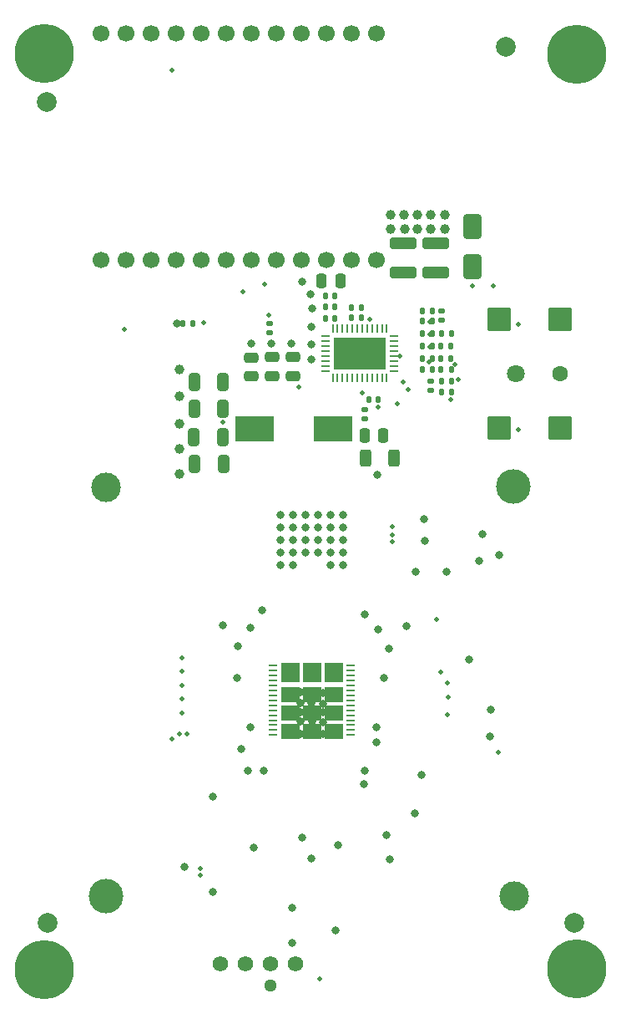
<source format=gbs>
G04 #@! TF.GenerationSoftware,KiCad,Pcbnew,8.0.4*
G04 #@! TF.CreationDate,2024-12-28T01:26:10+01:00*
G04 #@! TF.ProjectId,nerdaxe-gamma,6e657264-6178-4652-9d67-616d6d612e6b,rev?*
G04 #@! TF.SameCoordinates,Original*
G04 #@! TF.FileFunction,Soldermask,Bot*
G04 #@! TF.FilePolarity,Negative*
%FSLAX46Y46*%
G04 Gerber Fmt 4.6, Leading zero omitted, Abs format (unit mm)*
G04 Created by KiCad (PCBNEW 8.0.4) date 2024-12-28 01:26:10*
%MOMM*%
%LPD*%
G01*
G04 APERTURE LIST*
G04 Aperture macros list*
%AMRoundRect*
0 Rectangle with rounded corners*
0 $1 Rounding radius*
0 $2 $3 $4 $5 $6 $7 $8 $9 X,Y pos of 4 corners*
0 Add a 4 corners polygon primitive as box body*
4,1,4,$2,$3,$4,$5,$6,$7,$8,$9,$2,$3,0*
0 Add four circle primitives for the rounded corners*
1,1,$1+$1,$2,$3*
1,1,$1+$1,$4,$5*
1,1,$1+$1,$6,$7*
1,1,$1+$1,$8,$9*
0 Add four rect primitives between the rounded corners*
20,1,$1+$1,$2,$3,$4,$5,0*
20,1,$1+$1,$4,$5,$6,$7,0*
20,1,$1+$1,$6,$7,$8,$9,0*
20,1,$1+$1,$8,$9,$2,$3,0*%
G04 Aperture macros list end*
%ADD10C,0.120000*%
%ADD11C,3.000000*%
%ADD12C,0.800000*%
%ADD13C,6.000000*%
%ADD14C,3.500000*%
%ADD15RoundRect,0.250000X0.325000X0.650000X-0.325000X0.650000X-0.325000X-0.650000X0.325000X-0.650000X0*%
%ADD16RoundRect,0.250000X0.475000X-0.250000X0.475000X0.250000X-0.475000X0.250000X-0.475000X-0.250000X0*%
%ADD17C,1.295400*%
%ADD18C,1.574800*%
%ADD19RoundRect,0.140000X0.140000X0.170000X-0.140000X0.170000X-0.140000X-0.170000X0.140000X-0.170000X0*%
%ADD20C,1.700000*%
%ADD21RoundRect,0.250000X-0.312500X-0.625000X0.312500X-0.625000X0.312500X0.625000X-0.312500X0.625000X0*%
%ADD22RoundRect,0.140000X-0.170000X0.140000X-0.170000X-0.140000X0.170000X-0.140000X0.170000X0.140000X0*%
%ADD23RoundRect,0.135000X0.135000X0.185000X-0.135000X0.185000X-0.135000X-0.185000X0.135000X-0.185000X0*%
%ADD24RoundRect,0.135000X-0.135000X-0.185000X0.135000X-0.185000X0.135000X0.185000X-0.135000X0.185000X0*%
%ADD25RoundRect,0.250000X0.650000X-1.000000X0.650000X1.000000X-0.650000X1.000000X-0.650000X-1.000000X0*%
%ADD26C,2.000000*%
%ADD27RoundRect,0.250000X1.100000X-0.325000X1.100000X0.325000X-1.100000X0.325000X-1.100000X-0.325000X0*%
%ADD28RoundRect,0.140000X-0.140000X-0.170000X0.140000X-0.170000X0.140000X0.170000X-0.140000X0.170000X0*%
%ADD29RoundRect,0.055250X0.340750X0.055250X-0.340750X0.055250X-0.340750X-0.055250X0.340750X-0.055250X0*%
%ADD30RoundRect,0.140000X0.170000X-0.140000X0.170000X0.140000X-0.170000X0.140000X-0.170000X-0.140000X0*%
%ADD31C,1.600000*%
%ADD32C,1.800000*%
%ADD33RoundRect,0.240400X-0.961600X0.961600X-0.961600X-0.961600X0.961600X-0.961600X0.961600X0.961600X0*%
%ADD34R,4.000000X2.600000*%
%ADD35RoundRect,0.062500X0.062500X-0.337500X0.062500X0.337500X-0.062500X0.337500X-0.062500X-0.337500X0*%
%ADD36RoundRect,0.062500X0.337500X-0.062500X0.337500X0.062500X-0.337500X0.062500X-0.337500X-0.062500X0*%
%ADD37C,0.400000*%
%ADD38R,5.300000X3.300000*%
%ADD39RoundRect,0.250000X0.250000X0.475000X-0.250000X0.475000X-0.250000X-0.475000X0.250000X-0.475000X0*%
%ADD40C,0.500000*%
%ADD41C,1.000000*%
G04 APERTURE END LIST*
D10*
X104290562Y-115206000D02*
X102510562Y-115206000D01*
X102510562Y-116646000D01*
X104290562Y-116646000D01*
X104290562Y-115206000D01*
G36*
X104290562Y-115206000D02*
G01*
X102510562Y-115206000D01*
X102510562Y-116646000D01*
X104290562Y-116646000D01*
X104290562Y-115206000D01*
G37*
X104290562Y-118916000D02*
X102510562Y-118916000D01*
X102510562Y-120356000D01*
X104290562Y-120356000D01*
X104290562Y-118916000D01*
G36*
X104290562Y-118916000D02*
G01*
X102510562Y-118916000D01*
X102510562Y-120356000D01*
X104290562Y-120356000D01*
X104290562Y-118916000D01*
G37*
X104300562Y-112726000D02*
X102520562Y-112726000D01*
X102520562Y-114596000D01*
X104300562Y-114596000D01*
X104300562Y-112726000D01*
G36*
X104300562Y-112726000D02*
G01*
X102520562Y-112726000D01*
X102520562Y-114596000D01*
X104300562Y-114596000D01*
X104300562Y-112726000D01*
G37*
X104300562Y-117046000D02*
X102520562Y-117046000D01*
X102520562Y-118486000D01*
X104300562Y-118486000D01*
X104300562Y-117046000D01*
G36*
X104300562Y-117046000D02*
G01*
X102520562Y-117046000D01*
X102520562Y-118486000D01*
X104300562Y-118486000D01*
X104300562Y-117046000D01*
G37*
X106500562Y-115206000D02*
X104720562Y-115206000D01*
X104720562Y-116646000D01*
X106500562Y-116646000D01*
X106500562Y-115206000D01*
G36*
X106500562Y-115206000D02*
G01*
X104720562Y-115206000D01*
X104720562Y-116646000D01*
X106500562Y-116646000D01*
X106500562Y-115206000D01*
G37*
X106500562Y-118916000D02*
X104720562Y-118916000D01*
X104720562Y-120356000D01*
X106500562Y-120356000D01*
X106500562Y-118916000D01*
G36*
X106500562Y-118916000D02*
G01*
X104720562Y-118916000D01*
X104720562Y-120356000D01*
X106500562Y-120356000D01*
X106500562Y-118916000D01*
G37*
X106510562Y-112736000D02*
X104730562Y-112736000D01*
X104730562Y-114606000D01*
X106510562Y-114606000D01*
X106510562Y-112736000D01*
G36*
X106510562Y-112736000D02*
G01*
X104730562Y-112736000D01*
X104730562Y-114606000D01*
X106510562Y-114606000D01*
X106510562Y-112736000D01*
G37*
X106510562Y-117046000D02*
X104730562Y-117046000D01*
X104730562Y-118486000D01*
X106510562Y-118486000D01*
X106510562Y-117046000D01*
G36*
X106510562Y-117046000D02*
G01*
X104730562Y-117046000D01*
X104730562Y-118486000D01*
X106510562Y-118486000D01*
X106510562Y-117046000D01*
G37*
X108710562Y-112746000D02*
X106930562Y-112746000D01*
X106930562Y-114626000D01*
X108710562Y-114626000D01*
X108710562Y-112746000D01*
G36*
X108710562Y-112746000D02*
G01*
X106930562Y-112746000D01*
X106930562Y-114626000D01*
X108710562Y-114626000D01*
X108710562Y-112746000D01*
G37*
X108710562Y-115216000D02*
X106930562Y-115216000D01*
X106930562Y-116656000D01*
X108710562Y-116656000D01*
X108710562Y-115216000D01*
G36*
X108710562Y-115216000D02*
G01*
X106930562Y-115216000D01*
X106930562Y-116656000D01*
X108710562Y-116656000D01*
X108710562Y-115216000D01*
G37*
X108710562Y-118926000D02*
X106930562Y-118926000D01*
X106930562Y-120366000D01*
X108710562Y-120366000D01*
X108710562Y-118926000D01*
G36*
X108710562Y-118926000D02*
G01*
X106930562Y-118926000D01*
X106930562Y-120366000D01*
X108710562Y-120366000D01*
X108710562Y-118926000D01*
G37*
X108720562Y-117056000D02*
X106940562Y-117056000D01*
X106940562Y-118496000D01*
X108720562Y-118496000D01*
X108720562Y-117056000D01*
G36*
X108720562Y-117056000D02*
G01*
X106940562Y-117056000D01*
X106940562Y-118496000D01*
X108720562Y-118496000D01*
X108720562Y-117056000D01*
G37*
D11*
X84764000Y-94984000D03*
X126130000Y-136350000D03*
D12*
X130250000Y-51120990D03*
X130909010Y-49530000D03*
X130909010Y-52711980D03*
X132500000Y-48870990D03*
D13*
X132500000Y-51120990D03*
D12*
X132500000Y-53370990D03*
X134090990Y-49530000D03*
X134090990Y-52711980D03*
X134750000Y-51120990D03*
X130250000Y-143728000D03*
X130909010Y-142137010D03*
X130909010Y-145318990D03*
X132500000Y-141478000D03*
D13*
X132500000Y-143728000D03*
D12*
X132500000Y-145978000D03*
X134090990Y-142137010D03*
X134090990Y-145318990D03*
X134750000Y-143728000D03*
X76250000Y-143855000D03*
X76909010Y-142264010D03*
X76909010Y-145445990D03*
X78500000Y-141605000D03*
D13*
X78500000Y-143855000D03*
D12*
X78500000Y-146105000D03*
X80090990Y-142264010D03*
X80090990Y-145445990D03*
X80750000Y-143855000D03*
D14*
X84710000Y-136360000D03*
D12*
X76250000Y-51054000D03*
X76909010Y-49463010D03*
X76909010Y-52644990D03*
X78500000Y-48804000D03*
D13*
X78500000Y-51054000D03*
D12*
X78500000Y-53304000D03*
X80090990Y-49463010D03*
X80090990Y-52644990D03*
X80750000Y-51054000D03*
D14*
X126060000Y-94910000D03*
D15*
X96635000Y-84328000D03*
X93685000Y-84328000D03*
D16*
X103710000Y-83687000D03*
X103710000Y-81787000D03*
D17*
X101462400Y-145400852D03*
D18*
X96382400Y-143240851D03*
X98922400Y-143240851D03*
X101462400Y-143240851D03*
X104002400Y-143240851D03*
D19*
X107980000Y-76708000D03*
X107020000Y-76708000D03*
D20*
X84250000Y-71942000D03*
X86790000Y-71942000D03*
X89330000Y-71942000D03*
X91870000Y-71942000D03*
X94410000Y-71942000D03*
X96950000Y-71942000D03*
X99490000Y-71942000D03*
X102030000Y-71942000D03*
X104570000Y-71942000D03*
X107110000Y-71942000D03*
X109650000Y-71942000D03*
X112190000Y-71942000D03*
X112190000Y-49022000D03*
X109650000Y-49022000D03*
X107110000Y-49022000D03*
X104570000Y-49022000D03*
X102030000Y-49022000D03*
X99490000Y-49022000D03*
X96950000Y-49022000D03*
X94410000Y-49022000D03*
X91870000Y-49022000D03*
X89330000Y-49022000D03*
X86790000Y-49022000D03*
X84250000Y-49022000D03*
D21*
X111057500Y-92037000D03*
X113982500Y-92037000D03*
D22*
X117718000Y-84229000D03*
X117718000Y-85189000D03*
D16*
X99490000Y-83707000D03*
X99490000Y-81807000D03*
D23*
X119763000Y-83058000D03*
X118743000Y-83058000D03*
D24*
X116846000Y-77089000D03*
X117866000Y-77089000D03*
X109680000Y-76757000D03*
X110700000Y-76757000D03*
D15*
X96598000Y-89916000D03*
X93648000Y-89916000D03*
D25*
X121920000Y-72580000D03*
X121920000Y-68580000D03*
D26*
X132260000Y-139060000D03*
D16*
X101590000Y-83687000D03*
X101590000Y-81787000D03*
D22*
X101320000Y-78387000D03*
X101320000Y-79347000D03*
D23*
X119771000Y-79375000D03*
X118751000Y-79375000D03*
D27*
X114935000Y-73198000D03*
X114935000Y-70248000D03*
D19*
X107980000Y-77827000D03*
X107020000Y-77827000D03*
D24*
X116828000Y-81915000D03*
X117848000Y-81915000D03*
D22*
X110970000Y-87107000D03*
X110970000Y-88067000D03*
D28*
X116868000Y-78105000D03*
X117828000Y-78105000D03*
D23*
X117858000Y-83058000D03*
X116838000Y-83058000D03*
D24*
X116838000Y-79375000D03*
X117858000Y-79375000D03*
D29*
X109526562Y-113032000D03*
X109526562Y-113534000D03*
X109526562Y-114036000D03*
X109526562Y-114538000D03*
X109526562Y-115040000D03*
X109526562Y-115542000D03*
X109526562Y-116044000D03*
X109526562Y-116546000D03*
X109526562Y-117048000D03*
X109526562Y-117550000D03*
X109526562Y-118052000D03*
X109526562Y-118554000D03*
X109526562Y-119056000D03*
X109526562Y-119558000D03*
X109526562Y-120060000D03*
X101694562Y-120060000D03*
X101694562Y-119558000D03*
X101694562Y-119056000D03*
X101694562Y-118554000D03*
X101694562Y-118052000D03*
X101694562Y-117550000D03*
X101694562Y-117048000D03*
X101694562Y-116546000D03*
X101694562Y-116044000D03*
X101694562Y-115542000D03*
X101694562Y-115040000D03*
X101694562Y-114538000D03*
X101694562Y-114036000D03*
X101694562Y-113534000D03*
X101694562Y-113032000D03*
D24*
X109670000Y-77817000D03*
X110690000Y-77817000D03*
D15*
X96635000Y-86995000D03*
X93685000Y-86995000D03*
D23*
X119758000Y-80645000D03*
X118738000Y-80645000D03*
D19*
X107960000Y-75565000D03*
X107000000Y-75565000D03*
D26*
X78850000Y-139070000D03*
D24*
X118748000Y-85344000D03*
X119768000Y-85344000D03*
D30*
X118753000Y-78077000D03*
X118753000Y-77117000D03*
D31*
X130810000Y-83439000D03*
D32*
X126310000Y-83439000D03*
D33*
X130810000Y-77939000D03*
X124610000Y-77939000D03*
X130810000Y-88939000D03*
X124610000Y-88939000D03*
D34*
X107775000Y-89082000D03*
X99825000Y-89082000D03*
D15*
X96655000Y-92583000D03*
X93705000Y-92583000D03*
D28*
X111420000Y-86047000D03*
X112380000Y-86047000D03*
D23*
X93590000Y-78337000D03*
X92570000Y-78337000D03*
D35*
X113240000Y-83917000D03*
X112740000Y-83917000D03*
X112240000Y-83917000D03*
X111740000Y-83917000D03*
X111240000Y-83917000D03*
X110740000Y-83917000D03*
X110240000Y-83917000D03*
X109740000Y-83917000D03*
X109240000Y-83917000D03*
X108740000Y-83917000D03*
X108240000Y-83917000D03*
X107740000Y-83917000D03*
D36*
X106990000Y-83167000D03*
X106990000Y-82667000D03*
X106990000Y-82167000D03*
X106990000Y-81667000D03*
X106990000Y-81167000D03*
X106990000Y-80667000D03*
X106990000Y-80167000D03*
X106990000Y-79667000D03*
D35*
X107740000Y-78917000D03*
X108240000Y-78917000D03*
X108740000Y-78917000D03*
X109240000Y-78917000D03*
X109740000Y-78917000D03*
X110240000Y-78917000D03*
X110740000Y-78917000D03*
X111240000Y-78917000D03*
X111740000Y-78917000D03*
X112240000Y-78917000D03*
X112740000Y-78917000D03*
X113240000Y-78917000D03*
D36*
X113990000Y-79667000D03*
X113990000Y-80167000D03*
X113990000Y-80667000D03*
X113990000Y-81167000D03*
X113990000Y-81667000D03*
X113990000Y-82167000D03*
X113990000Y-82667000D03*
X113990000Y-83167000D03*
D37*
X109090000Y-82697000D03*
X110490000Y-82697000D03*
X111890000Y-82697000D03*
X108090000Y-81417000D03*
X109090000Y-81417000D03*
X110490000Y-81417000D03*
D38*
X110490000Y-81417000D03*
D37*
X111890000Y-81417000D03*
X112890000Y-81417000D03*
X109090000Y-80137000D03*
X110490000Y-80137000D03*
X111890000Y-80137000D03*
D27*
X118237000Y-73198000D03*
X118237000Y-70248000D03*
D23*
X119758000Y-81915000D03*
X118738000Y-81915000D03*
D26*
X125270000Y-50310000D03*
D24*
X116828000Y-80645000D03*
X117848000Y-80645000D03*
D39*
X112880000Y-89687000D03*
X110980000Y-89687000D03*
D26*
X78750000Y-55900000D03*
D23*
X119768000Y-84201000D03*
X118748000Y-84201000D03*
D39*
X108519000Y-74041000D03*
X106619000Y-74041000D03*
D40*
X121920000Y-74549000D03*
D12*
X105610000Y-116830000D03*
X112180000Y-119260000D03*
X113580000Y-132650000D03*
X98050000Y-114260000D03*
X104490000Y-118700000D03*
D41*
X119126000Y-68802000D03*
D12*
X112180000Y-120800000D03*
D40*
X119761000Y-86106000D03*
D12*
X106740000Y-119930000D03*
D41*
X113665000Y-68802000D03*
D12*
X106740000Y-118720000D03*
X104640000Y-130470000D03*
X105540000Y-132550000D03*
D41*
X115005332Y-67405000D03*
D12*
X116770000Y-124080000D03*
X106740000Y-117780000D03*
X104490000Y-117760000D03*
X105630000Y-118700000D03*
D41*
X92202000Y-88519000D03*
D12*
X115260000Y-109040000D03*
X123750000Y-117530000D03*
D41*
X92202000Y-93599000D03*
D12*
X106740000Y-116860000D03*
X105620000Y-82057000D03*
X103604000Y-137538000D03*
X116050000Y-128010000D03*
D41*
X92202000Y-91059000D03*
D12*
X104490000Y-119910000D03*
D41*
X117729000Y-68802000D03*
D12*
X112980000Y-114270000D03*
X105537000Y-75438000D03*
X112280000Y-93737000D03*
X117090000Y-100360000D03*
D41*
X117729000Y-67405000D03*
D12*
X121580000Y-112400000D03*
D41*
X92210000Y-83058000D03*
X113665000Y-67405000D03*
D12*
X122640000Y-102460000D03*
X103604000Y-141088000D03*
X113180000Y-130220000D03*
X119280000Y-103505000D03*
X99370000Y-119240000D03*
D41*
X116372000Y-68805000D03*
X119126000Y-67405000D03*
D12*
X123710000Y-120230000D03*
X96600000Y-108920000D03*
X104490000Y-115746000D03*
X105664000Y-76835000D03*
X103580000Y-80447000D03*
X105610000Y-80457000D03*
X104648000Y-74168000D03*
X98440000Y-121490000D03*
X92680000Y-133370000D03*
D40*
X126619000Y-89154000D03*
X106426000Y-144780000D03*
D12*
X104490000Y-116840000D03*
X99510000Y-80427000D03*
D41*
X115045332Y-68805000D03*
X92202000Y-85725000D03*
D12*
X106740000Y-115766000D03*
X116990000Y-98200000D03*
D41*
X116332000Y-67405000D03*
D12*
X101500000Y-80427000D03*
X105610000Y-78747000D03*
X107569000Y-99060000D03*
X102489000Y-97790000D03*
X105029000Y-101600000D03*
X102489000Y-100330000D03*
D40*
X120523000Y-84074000D03*
X96635000Y-88380000D03*
D12*
X108839000Y-101600000D03*
X106299000Y-100330000D03*
X106299000Y-99060000D03*
X103759000Y-97790000D03*
D40*
X86614000Y-78994000D03*
D12*
X103759000Y-100330000D03*
D40*
X104290000Y-84847000D03*
D12*
X102489000Y-101600000D03*
X103759000Y-102870000D03*
X105029000Y-100330000D03*
X108839000Y-100330000D03*
X102489000Y-99060000D03*
X107569000Y-101600000D03*
X106299000Y-101600000D03*
X107569000Y-102870000D03*
X108839000Y-99060000D03*
X107569000Y-100330000D03*
X105029000Y-97790000D03*
X108839000Y-97790000D03*
X107569000Y-97790000D03*
X103759000Y-101600000D03*
X108839000Y-102870000D03*
X105029000Y-99060000D03*
X102489000Y-102870000D03*
X103759000Y-99060000D03*
X106299000Y-97790000D03*
D40*
X126619000Y-78486000D03*
X124079000Y-74549000D03*
D12*
X108290000Y-131179000D03*
X99710000Y-131420000D03*
X108077000Y-139836400D03*
X91910000Y-78347000D03*
X95550000Y-135970000D03*
X122930000Y-99700000D03*
X95560000Y-126330000D03*
D40*
X94317599Y-134229617D03*
X115443000Y-85090000D03*
X91440000Y-52705000D03*
X98679000Y-75184000D03*
X120142000Y-82550000D03*
X112380000Y-86807000D03*
X111500000Y-77937000D03*
X101250000Y-77567000D03*
X114300000Y-86487000D03*
X94660000Y-78317000D03*
X114935000Y-84328000D03*
X94340000Y-133580000D03*
X100838000Y-74422000D03*
D12*
X100770000Y-123700000D03*
X99180000Y-123710000D03*
D40*
X119430000Y-116250000D03*
X119420000Y-118020000D03*
X124540000Y-121820000D03*
X92180000Y-119960000D03*
X92940000Y-119930000D03*
X117483000Y-82296000D03*
X117602000Y-80772000D03*
X117602000Y-78232000D03*
X114515000Y-81667000D03*
X117602000Y-79502000D03*
X110740000Y-85377000D03*
D12*
X113470000Y-111290000D03*
X110950000Y-124990000D03*
X124600000Y-101830000D03*
X116205000Y-103505000D03*
X110970000Y-123700000D03*
X112390000Y-109350000D03*
X111030000Y-107870000D03*
X100553800Y-107457400D03*
X99360000Y-109210000D03*
X98140000Y-111060000D03*
D40*
X119420000Y-114790000D03*
X113800000Y-98950000D03*
X113770000Y-99770000D03*
X113830000Y-100500000D03*
X118320000Y-108370000D03*
X118740000Y-113660000D03*
X92480000Y-112210000D03*
X92480000Y-113611428D03*
X92480000Y-115012856D03*
X92480000Y-116414284D03*
X92480000Y-117815712D03*
X91400000Y-120430000D03*
M02*

</source>
